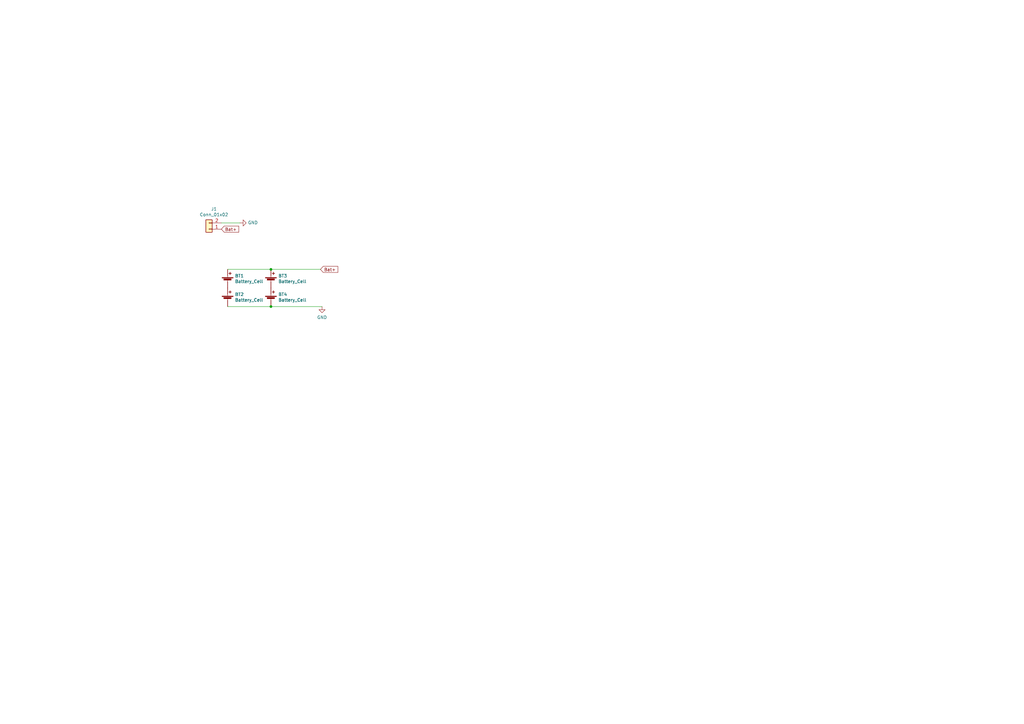
<source format=kicad_sch>
(kicad_sch (version 20211123) (generator eeschema)
  (paper "A3")
  (lib_symbols
    (symbol "Connector_Generic:Conn_01x02" (pin_names (offset 1.016) hide)
      (property "Reference" "J" (at 0 2.54 0))
      (property "Value" "Conn_01x02" (at 0 -5.08 0))
      (symbol "Conn_01x02_1_1"
        (rectangle (start -1.27 -2.413) (end 0 -2.667) (stroke (width 0.1524)))
        (rectangle (start -1.27 0.127) (end 0 -0.127) (stroke (width 0.1524)))
        (rectangle (start -1.27 1.27) (end 1.27 -3.81) (stroke (width 0.254)) (fill (type background)))
        (pin passive line (at -5.08 0 0) (length 3.81) (name "Pin_1") (number "1"))
        (pin passive line (at -5.08 -2.54 0) (length 3.81) (name "Pin_2") (number "2"))
      )
    )
    (symbol "Device:Battery_Cell" (pin_numbers hide) (pin_names (offset 0) hide)
      (property "Reference" "BT" (at 2.54 2.54 0))
      (property "Value" "Battery_Cell" (at 2.54 0 0))
      (symbol "Battery_Cell_0_1"
        (rectangle (start -2.286 1.778) (end 2.286 1.524) (fill (type outline)))
        (rectangle (start -1.5748 1.1938) (end 1.4732 0.6858) (fill (type outline)))
        (polyline (pts (xy 0 0.762) (xy 0 0)))
        (polyline (pts (xy 0 1.778) (xy 0 2.54)))
        (polyline (pts (xy 0.508 3.429) (xy 1.524 3.429)) (stroke (width 0.254)))
        (polyline (pts (xy 1.016 3.937) (xy 1.016 2.921)) (stroke (width 0.254)))
      )
      (symbol "Battery_Cell_1_1"
        (pin passive line (at 0 5.08 270) (length 2.54) (name "+") (number "1"))
        (pin passive line (at 0 -2.54 90) (length 2.54) (name "-") (number "2"))
      )
    )
    (symbol "power:GND" (power) (pin_names (offset 0))
      (property "Value" "GND" (at 0 -3.81 0))
      (symbol "GND_0_1"
        (polyline (pts (xy 0 0) (xy 0 -1.27) (xy 1.27 -1.27) (xy 0 -2.54) (xy -1.27 -1.27) (xy 0 -1.27)))
      )
      (symbol "GND_1_1"
        (pin power_in line (at 0 0 270) (length 0) hide (name "GND") (number "1"))
      )
    )
  )
  (junction (at 111.125 125.73))
  (junction (at 111.125 110.49))
  (wire (pts (xy 90.805 91.44) (xy 98.425 91.44)))
  (wire (pts (xy 111.125 110.49) (xy 131.445 110.49)))
  (wire (pts (xy 111.125 125.73) (xy 132.08 125.73)))
  (wire (pts (xy 93.345 110.49) (xy 111.125 110.49)))
  (wire (pts (xy 93.345 125.73) (xy 111.125 125.73)))
  (global_label "Bat+" (shape input) (at 90.805 93.98 0) (property "Intersheet References" "${INTERSHEET_REFS}" (effects hide)))
  (global_label "Bat+" (shape input) (at 131.445 110.49 0) (property "Intersheet References" "${INTERSHEET_REFS}" (effects hide)))
  (symbol (lib_id "Connector_Generic:Conn_01x02") (at 85.725 93.98 180) (unit 1)
    (property "Reference" "J1" (at 87.757 85.725 0))
    (property "Value" "Conn_01x02" (at 87.757 88.0364 0))
    (property "Footprint" "kbd_Parts:Battery_2pin_ZH_V_7sProM" (effects hide))
  )
  (symbol (lib_id "power:GND") (at 98.425 91.44 90) (unit 1)
    (property "Reference" "#PWR01" (effects hide))
    (property "Value" "GND" (at 101.6762 91.313 90) (effects (justify right)))
  )
  (symbol (lib_id "Device:Battery_Cell") (at 93.345 115.57 0) (unit 1)
    (property "Reference" "BT1" (at 96.3422 113.1316 0) (effects (justify left)))
    (property "Value" "Battery_Cell" (at 96.3422 115.443 0) (effects (justify left)))
    (property "Footprint" "kbd_Parts:BatteryHolder_GL516_1xAAA" (effects hide))
  )
  (symbol (lib_id "Device:Battery_Cell") (at 111.125 115.57 0) (unit 1)
    (property "Reference" "BT3" (at 114.1222 113.1316 0) (effects (justify left)))
    (property "Value" "Battery_Cell" (at 114.1222 115.443 0) (effects (justify left)))
    (property "Footprint" "kbd_Parts:BatteryHolder_GL516_1xAAA" (effects hide))
  )
  (symbol (lib_id "power:GND") (at 132.08 125.73 0) (unit 1)
    (property "Reference" "#PWR02" (effects hide))
    (property "Value" "GND" (at 132.08 130.175 0))
  )
  (symbol (lib_id "Device:Battery_Cell") (at 111.125 123.19 0) (unit 1)
    (property "Reference" "BT4" (at 114.1222 120.7516 0) (effects (justify left)))
    (property "Value" "Battery_Cell" (at 114.1222 123.063 0) (effects (justify left)))
    (property "Footprint" "kbd_Parts:BatteryHolder_GL516_1xAAA" (effects hide))
  )
  (symbol (lib_id "Device:Battery_Cell") (at 93.345 123.19 0) (unit 1)
    (property "Reference" "BT2" (at 96.3422 120.7516 0) (effects (justify left)))
    (property "Value" "Battery_Cell" (at 96.3422 123.063 0) (effects (justify left)))
    (property "Footprint" "kbd_Parts:BatteryHolder_GL516_1xAAA" (effects hide))
  )
)
</source>
